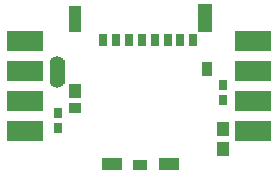
<source format=gts>
G04 DipTrace 2.4.0.2*
%INSDmicro.gts*%
%MOMM*%
%ADD18O,1.23X1.185*%
%ADD36R,1.1X0.95*%
%ADD37R,0.93X1.3*%
%ADD38R,1.25X0.93*%
%ADD39R,1.24X2.35*%
%ADD40R,1.75X1.08*%
%ADD41R,1.1X1.25*%
%ADD42R,1.0X2.22*%
%ADD43R,0.75X1.0*%
%ADD44R,2.05X1.75*%
%ADD45R,2.082X1.75*%
%ADD46R,1.65X1.75*%
%ADD47R,0.75X0.95*%
%ADD48R,1.05X1.15*%
%FSLAX53Y53*%
G04*
G71*
G90*
G75*
G01*
%LNTopMask*%
%LPD*%
D48*
X27295Y13992D3*
Y12292D3*
D47*
X27305Y16382D3*
Y17682D3*
D18*
X13247Y18007D3*
G36*
X13862Y17781D2*
X12632D1*
Y19781D1*
X13862D1*
Y17781D1*
G37*
D18*
X13247Y19554D3*
D46*
X11270Y16350D3*
Y18890D3*
Y21430D3*
D45*
X10000D3*
Y18890D3*
Y16350D3*
D46*
X29050Y13810D3*
Y16350D3*
D45*
X30320Y13810D3*
Y16350D3*
D46*
X29050Y18890D3*
Y21430D3*
D45*
X30320Y18890D3*
Y21430D3*
D46*
X11270Y13810D3*
D44*
X10000D3*
D47*
X13328Y15350D3*
Y14050D3*
D43*
X24780Y21502D3*
X23680D3*
X22580D3*
X21480D3*
X20380D3*
X19280D3*
X18180D3*
X17080D3*
D42*
X14710Y23307D3*
D41*
X14755Y17177D3*
D40*
X17885Y10952D3*
D39*
X25740Y23342D3*
D40*
X22680Y10957D3*
D38*
X20280Y10882D3*
D37*
X25890Y19042D3*
D36*
X14755Y15767D3*
M02*

</source>
